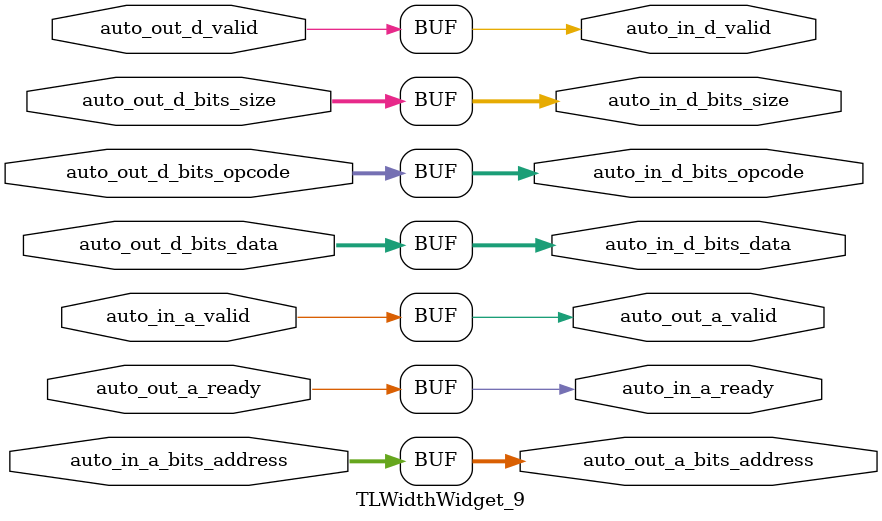
<source format=sv>

`ifndef PRINTF_COND_
  `ifdef PRINTF_COND
    `define PRINTF_COND_ (`PRINTF_COND)
  `else  // PRINTF_COND
    `define PRINTF_COND_ 1
  `endif // PRINTF_COND
`endif // not def PRINTF_COND_

module TLWidthWidget_9(
  input          auto_in_a_valid,
  input  [31:0]  auto_in_a_bits_address,
  input          auto_out_a_ready,
                 auto_out_d_valid,
  input  [2:0]   auto_out_d_bits_opcode,
  input  [3:0]   auto_out_d_bits_size,
  input  [127:0] auto_out_d_bits_data,
  output         auto_in_a_ready,
                 auto_in_d_valid,
  output [2:0]   auto_in_d_bits_opcode,
  output [3:0]   auto_in_d_bits_size,
  output [127:0] auto_in_d_bits_data,
  output         auto_out_a_valid,
  output [31:0]  auto_out_a_bits_address
);

  assign auto_in_a_ready = auto_out_a_ready;
  assign auto_in_d_valid = auto_out_d_valid;
  assign auto_in_d_bits_opcode = auto_out_d_bits_opcode;
  assign auto_in_d_bits_size = auto_out_d_bits_size;
  assign auto_in_d_bits_data = auto_out_d_bits_data;
  assign auto_out_a_valid = auto_in_a_valid;
  assign auto_out_a_bits_address = auto_in_a_bits_address;
endmodule


</source>
